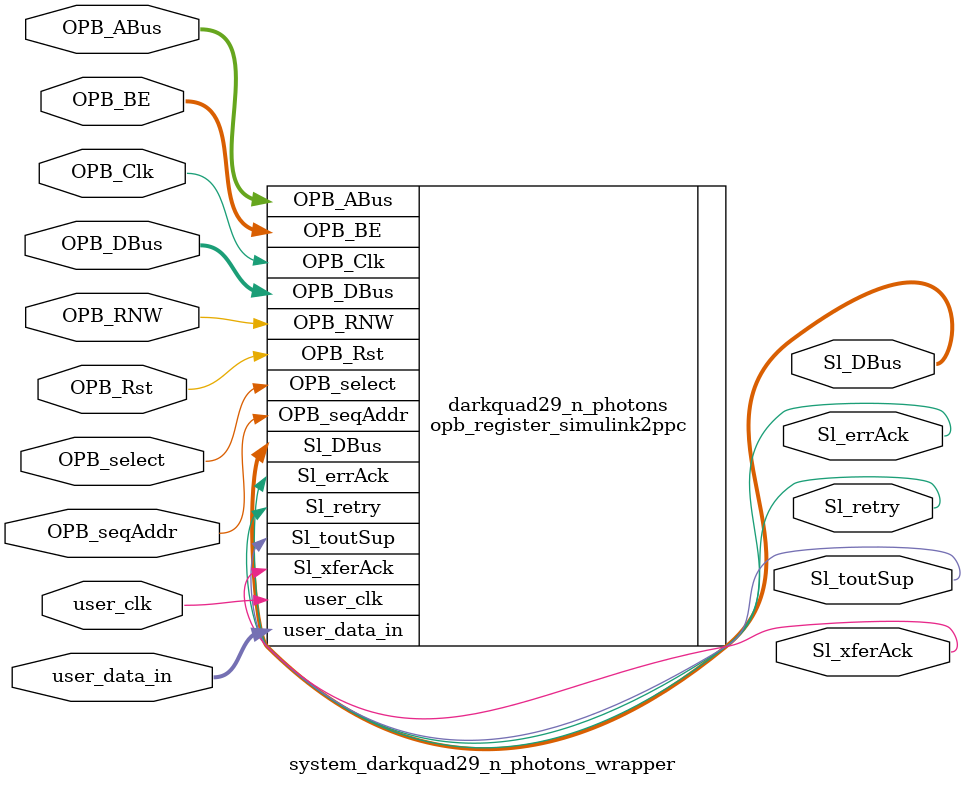
<source format=v>

module system_darkquad29_n_photons_wrapper
  (
    OPB_Clk,
    OPB_Rst,
    Sl_DBus,
    Sl_errAck,
    Sl_retry,
    Sl_toutSup,
    Sl_xferAck,
    OPB_ABus,
    OPB_BE,
    OPB_DBus,
    OPB_RNW,
    OPB_select,
    OPB_seqAddr,
    user_data_in,
    user_clk
  );
  input OPB_Clk;
  input OPB_Rst;
  output [0:31] Sl_DBus;
  output Sl_errAck;
  output Sl_retry;
  output Sl_toutSup;
  output Sl_xferAck;
  input [0:31] OPB_ABus;
  input [0:3] OPB_BE;
  input [0:31] OPB_DBus;
  input OPB_RNW;
  input OPB_select;
  input OPB_seqAddr;
  input [31:0] user_data_in;
  input user_clk;

  opb_register_simulink2ppc
    #(
      .C_BASEADDR ( 32'h01188500 ),
      .C_HIGHADDR ( 32'h011885FF ),
      .C_OPB_AWIDTH ( 32 ),
      .C_OPB_DWIDTH ( 32 ),
      .C_FAMILY ( "virtex6" )
    )
    darkquad29_n_photons (
      .OPB_Clk ( OPB_Clk ),
      .OPB_Rst ( OPB_Rst ),
      .Sl_DBus ( Sl_DBus ),
      .Sl_errAck ( Sl_errAck ),
      .Sl_retry ( Sl_retry ),
      .Sl_toutSup ( Sl_toutSup ),
      .Sl_xferAck ( Sl_xferAck ),
      .OPB_ABus ( OPB_ABus ),
      .OPB_BE ( OPB_BE ),
      .OPB_DBus ( OPB_DBus ),
      .OPB_RNW ( OPB_RNW ),
      .OPB_select ( OPB_select ),
      .OPB_seqAddr ( OPB_seqAddr ),
      .user_data_in ( user_data_in ),
      .user_clk ( user_clk )
    );

endmodule


</source>
